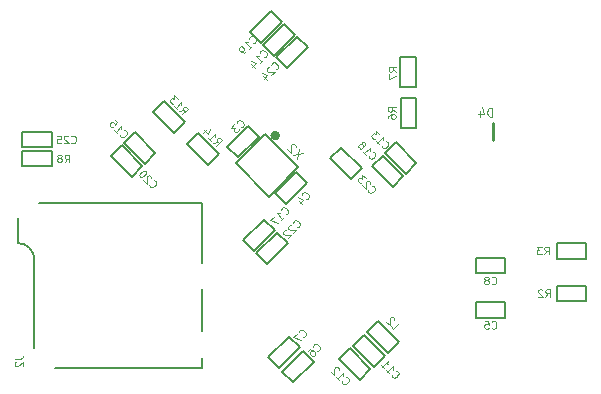
<source format=gbo>
G04 #@! TF.FileFunction,Legend,Bot*
%FSLAX46Y46*%
G04 Gerber Fmt 4.6, Leading zero omitted, Abs format (unit mm)*
G04 Created by KiCad (PCBNEW 4.0.7) date 04/11/18 17:00:27*
%MOMM*%
%LPD*%
G01*
G04 APERTURE LIST*
%ADD10C,0.100000*%
%ADD11C,0.150000*%
%ADD12C,0.200000*%
%ADD13C,0.381000*%
%ADD14C,0.127000*%
%ADD15C,0.250000*%
%ADD16C,0.097500*%
G04 APERTURE END LIST*
D10*
D11*
X1900000Y16250000D02*
X1900000Y18450000D01*
X16100000Y21250000D02*
X16100000Y23250000D01*
X16100000Y23250000D02*
X2300000Y23250000D01*
X500000Y20650000D02*
X500000Y19850000D01*
X500000Y19850000D02*
G75*
G02X1900000Y18450000I0J-1400000D01*
G01*
X500000Y21950000D02*
X500000Y20650000D01*
X1900000Y16250000D02*
X1900000Y10950000D01*
X16100000Y21250000D02*
X16100000Y18150000D01*
X16100000Y12450000D02*
X16100000Y15950000D01*
X3600000Y9250000D02*
X16100000Y9250000D01*
X16100000Y9250000D02*
X16100000Y10150000D01*
D12*
X19974264Y29793503D02*
X18206497Y28025736D01*
X18206497Y28025736D02*
X19125736Y27106497D01*
X19125736Y27106497D02*
X20893503Y28874264D01*
X20893503Y28874264D02*
X19974264Y29793503D01*
X23200736Y23206497D02*
X24968503Y24974264D01*
X24968503Y24974264D02*
X24049264Y25893503D01*
X24049264Y25893503D02*
X22281497Y24125736D01*
X22281497Y24125736D02*
X23200736Y23206497D01*
D13*
X22473528Y28956371D02*
G75*
G03X22473528Y28956371I-200000J0D01*
G01*
D14*
X21849264Y23865202D02*
X24253427Y26269365D01*
X24253427Y26269365D02*
X21425000Y29097792D01*
X21425000Y29097792D02*
X18950126Y26622918D01*
X18950126Y26622918D02*
X21778553Y23794491D01*
X21778553Y23794491D02*
X21919975Y23935913D01*
D12*
X39250000Y13550000D02*
X41750000Y13550000D01*
X41750000Y13550000D02*
X41750000Y14850000D01*
X41750000Y14850000D02*
X39250000Y14850000D01*
X39250000Y14850000D02*
X39250000Y13550000D01*
X24624264Y10743503D02*
X22856497Y8975736D01*
X22856497Y8975736D02*
X23775736Y8056497D01*
X23775736Y8056497D02*
X25543503Y9824264D01*
X25543503Y9824264D02*
X24624264Y10743503D01*
X23424264Y11943503D02*
X21656497Y10175736D01*
X21656497Y10175736D02*
X22575736Y9256497D01*
X22575736Y9256497D02*
X24343503Y11024264D01*
X24343503Y11024264D02*
X23424264Y11943503D01*
X39250000Y17300000D02*
X41750000Y17300000D01*
X41750000Y17300000D02*
X41750000Y18600000D01*
X41750000Y18600000D02*
X39250000Y18600000D01*
X39250000Y18600000D02*
X39250000Y17300000D01*
X28856497Y11174264D02*
X30624264Y9406497D01*
X30624264Y9406497D02*
X31543503Y10325736D01*
X31543503Y10325736D02*
X29775736Y12093503D01*
X29775736Y12093503D02*
X28856497Y11174264D01*
X27656497Y10024264D02*
X29424264Y8256497D01*
X29424264Y8256497D02*
X30343503Y9175736D01*
X30343503Y9175736D02*
X28575736Y10943503D01*
X28575736Y10943503D02*
X27656497Y10024264D01*
X31556497Y27474264D02*
X33324264Y25706497D01*
X33324264Y25706497D02*
X34243503Y26625736D01*
X34243503Y26625736D02*
X32475736Y28393503D01*
X32475736Y28393503D02*
X31556497Y27474264D01*
X22150736Y35731497D02*
X23918503Y37499264D01*
X23918503Y37499264D02*
X22999264Y38418503D01*
X22999264Y38418503D02*
X21231497Y36650736D01*
X21231497Y36650736D02*
X22150736Y35731497D01*
X12143503Y27500736D02*
X10375736Y29268503D01*
X10375736Y29268503D02*
X9456497Y28349264D01*
X9456497Y28349264D02*
X11224264Y26581497D01*
X11224264Y26581497D02*
X12143503Y27500736D01*
X20475736Y19156497D02*
X22243503Y20924264D01*
X22243503Y20924264D02*
X21324264Y21843503D01*
X21324264Y21843503D02*
X19556497Y20075736D01*
X19556497Y20075736D02*
X20475736Y19156497D01*
X30456497Y26349264D02*
X32224264Y24581497D01*
X32224264Y24581497D02*
X33143503Y25500736D01*
X33143503Y25500736D02*
X31375736Y27268503D01*
X31375736Y27268503D02*
X30456497Y26349264D01*
X21050736Y36831497D02*
X22818503Y38599264D01*
X22818503Y38599264D02*
X21899264Y39518503D01*
X21899264Y39518503D02*
X20131497Y37750736D01*
X20131497Y37750736D02*
X21050736Y36831497D01*
X11043503Y26400736D02*
X9275736Y28168503D01*
X9275736Y28168503D02*
X8356497Y27249264D01*
X8356497Y27249264D02*
X10124264Y25481497D01*
X10124264Y25481497D02*
X11043503Y26400736D01*
X21575736Y18056497D02*
X23343503Y19824264D01*
X23343503Y19824264D02*
X22424264Y20743503D01*
X22424264Y20743503D02*
X20656497Y18975736D01*
X20656497Y18975736D02*
X21575736Y18056497D01*
X29643503Y26175736D02*
X27875736Y27943503D01*
X27875736Y27943503D02*
X26956497Y27024264D01*
X26956497Y27024264D02*
X28724264Y25256497D01*
X28724264Y25256497D02*
X29643503Y26175736D01*
X23300736Y34656497D02*
X25068503Y36424264D01*
X25068503Y36424264D02*
X24149264Y37343503D01*
X24149264Y37343503D02*
X22381497Y35575736D01*
X22381497Y35575736D02*
X23300736Y34656497D01*
X32743503Y11475736D02*
X30975736Y13243503D01*
X30975736Y13243503D02*
X30056497Y12324264D01*
X30056497Y12324264D02*
X31824264Y10556497D01*
X31824264Y10556497D02*
X32743503Y11475736D01*
X46100000Y14950000D02*
X48600000Y14950000D01*
X48600000Y14950000D02*
X48600000Y16250000D01*
X48600000Y16250000D02*
X46100000Y16250000D01*
X46100000Y16250000D02*
X46100000Y14950000D01*
X46100000Y18550000D02*
X48600000Y18550000D01*
X48600000Y18550000D02*
X48600000Y19850000D01*
X48600000Y19850000D02*
X46100000Y19850000D01*
X46100000Y19850000D02*
X46100000Y18550000D01*
X3350000Y29250000D02*
X850000Y29250000D01*
X850000Y29250000D02*
X850000Y27950000D01*
X850000Y27950000D02*
X3350000Y27950000D01*
X3350000Y27950000D02*
X3350000Y29250000D01*
X32925000Y32100000D02*
X32925000Y29600000D01*
X32925000Y29600000D02*
X34225000Y29600000D01*
X34225000Y29600000D02*
X34225000Y32100000D01*
X34225000Y32100000D02*
X32925000Y32100000D01*
X34175000Y33075000D02*
X34175000Y35575000D01*
X34175000Y35575000D02*
X32875000Y35575000D01*
X32875000Y35575000D02*
X32875000Y33075000D01*
X32875000Y33075000D02*
X34175000Y33075000D01*
X850000Y26350000D02*
X3350000Y26350000D01*
X3350000Y26350000D02*
X3350000Y27650000D01*
X3350000Y27650000D02*
X850000Y27650000D01*
X850000Y27650000D02*
X850000Y26350000D01*
D15*
X40700000Y28600000D02*
X40700000Y30000000D01*
D12*
X11931497Y30949264D02*
X13699264Y29181497D01*
X13699264Y29181497D02*
X14618503Y30100736D01*
X14618503Y30100736D02*
X12850736Y31868503D01*
X12850736Y31868503D02*
X11931497Y30949264D01*
X14806497Y28224264D02*
X16574264Y26456497D01*
X16574264Y26456497D02*
X17493503Y27375736D01*
X17493503Y27375736D02*
X15725736Y29143503D01*
X15725736Y29143503D02*
X14806497Y28224264D01*
D10*
X244048Y10066667D02*
X708333Y10066667D01*
X801190Y10097619D01*
X863095Y10159524D01*
X894048Y10252381D01*
X894048Y10314286D01*
X305952Y9788095D02*
X275000Y9757143D01*
X244048Y9695238D01*
X244048Y9540476D01*
X275000Y9478572D01*
X305952Y9447619D01*
X367857Y9416667D01*
X429762Y9416667D01*
X522619Y9447619D01*
X894048Y9819048D01*
X894048Y9416667D01*
D16*
X19390754Y29662454D02*
X19434526Y29662454D01*
X19522073Y29706227D01*
X19565847Y29750000D01*
X19609619Y29837547D01*
X19609619Y29925094D01*
X19587733Y29990753D01*
X19522073Y30100186D01*
X19456413Y30165846D01*
X19346980Y30231506D01*
X19281320Y30253393D01*
X19193773Y30253393D01*
X19106227Y30209619D01*
X19062454Y30165846D01*
X19018680Y30078300D01*
X19018680Y30034527D01*
X18821701Y29925093D02*
X18537175Y29640567D01*
X18865474Y29618680D01*
X18799814Y29553020D01*
X18777927Y29487361D01*
X18777927Y29443587D01*
X18799814Y29377927D01*
X18909247Y29268494D01*
X18974907Y29246607D01*
X19018680Y29246608D01*
X19084340Y29268494D01*
X19215661Y29399814D01*
X19237546Y29465474D01*
X19237547Y29509247D01*
X24915754Y23562454D02*
X24959526Y23562454D01*
X25047073Y23606227D01*
X25090847Y23650000D01*
X25134619Y23737547D01*
X25134619Y23825094D01*
X25112733Y23890753D01*
X25047073Y24000186D01*
X24981413Y24065846D01*
X24871980Y24131506D01*
X24806320Y24153393D01*
X24718773Y24153393D01*
X24631227Y24109619D01*
X24587454Y24065846D01*
X24543680Y23978300D01*
X24543680Y23934527D01*
X24259154Y23431134D02*
X24565567Y23124721D01*
X24193494Y23715661D02*
X24631227Y23496793D01*
X24346701Y23212268D01*
D10*
X24644734Y27486105D02*
X23760850Y27309328D01*
X24291180Y27839658D02*
X24114404Y26955775D01*
X24063896Y27965928D02*
X24063896Y28016435D01*
X24038642Y28092196D01*
X23912373Y28218465D01*
X23836612Y28243719D01*
X23786104Y28243719D01*
X23710342Y28218466D01*
X23659835Y28167959D01*
X23609328Y28066943D01*
X23609327Y27460851D01*
X23281027Y27789151D01*
D16*
X40608334Y12667857D02*
X40639286Y12636905D01*
X40732143Y12605952D01*
X40794048Y12605952D01*
X40886905Y12636905D01*
X40948810Y12698810D01*
X40979762Y12760714D01*
X41010714Y12884524D01*
X41010714Y12977381D01*
X40979762Y13101190D01*
X40948810Y13163095D01*
X40886905Y13225000D01*
X40794048Y13255952D01*
X40732143Y13255952D01*
X40639286Y13225000D01*
X40608334Y13194048D01*
X40020238Y13255952D02*
X40329762Y13255952D01*
X40360714Y12946429D01*
X40329762Y12977381D01*
X40267857Y13008333D01*
X40113095Y13008333D01*
X40051191Y12977381D01*
X40020238Y12946429D01*
X39989286Y12884524D01*
X39989286Y12729762D01*
X40020238Y12667857D01*
X40051191Y12636905D01*
X40113095Y12605952D01*
X40267857Y12605952D01*
X40329762Y12636905D01*
X40360714Y12667857D01*
X25854968Y10726668D02*
X25898740Y10726668D01*
X25986287Y10770441D01*
X26030061Y10814214D01*
X26073833Y10901761D01*
X26073833Y10989308D01*
X26051947Y11054967D01*
X25986287Y11164400D01*
X25920627Y11230060D01*
X25811194Y11295720D01*
X25745534Y11317607D01*
X25657987Y11317607D01*
X25570441Y11273833D01*
X25526668Y11230060D01*
X25482894Y11142514D01*
X25482894Y11098741D01*
X25045162Y10748554D02*
X25132708Y10836100D01*
X25198368Y10857987D01*
X25242141Y10857987D01*
X25351575Y10836100D01*
X25461007Y10770441D01*
X25636100Y10595347D01*
X25657987Y10529688D01*
X25657987Y10485915D01*
X25636101Y10420254D01*
X25548554Y10332708D01*
X25482894Y10310822D01*
X25439121Y10310821D01*
X25373461Y10332708D01*
X25264028Y10442141D01*
X25242141Y10507801D01*
X25242141Y10551575D01*
X25264028Y10617234D01*
X25351575Y10704781D01*
X25417235Y10726668D01*
X25461007Y10726668D01*
X25526667Y10704781D01*
X24654968Y11926668D02*
X24698740Y11926668D01*
X24786287Y11970441D01*
X24830061Y12014214D01*
X24873833Y12101761D01*
X24873833Y12189308D01*
X24851947Y12254967D01*
X24786287Y12364400D01*
X24720627Y12430060D01*
X24611194Y12495720D01*
X24545534Y12517607D01*
X24457987Y12517607D01*
X24370441Y12473833D01*
X24326668Y12430060D01*
X24282894Y12342514D01*
X24282894Y12298741D01*
X24085915Y12189307D02*
X23779502Y11882894D01*
X24436101Y11620254D01*
X40608334Y16417857D02*
X40639286Y16386905D01*
X40732143Y16355952D01*
X40794048Y16355952D01*
X40886905Y16386905D01*
X40948810Y16448810D01*
X40979762Y16510714D01*
X41010714Y16634524D01*
X41010714Y16727381D01*
X40979762Y16851190D01*
X40948810Y16913095D01*
X40886905Y16975000D01*
X40794048Y17005952D01*
X40732143Y17005952D01*
X40639286Y16975000D01*
X40608334Y16944048D01*
X40236905Y16727381D02*
X40298810Y16758333D01*
X40329762Y16789286D01*
X40360714Y16851190D01*
X40360714Y16882143D01*
X40329762Y16944048D01*
X40298810Y16975000D01*
X40236905Y17005952D01*
X40113095Y17005952D01*
X40051191Y16975000D01*
X40020238Y16944048D01*
X39989286Y16882143D01*
X39989286Y16851190D01*
X40020238Y16789286D01*
X40051191Y16758333D01*
X40113095Y16727381D01*
X40236905Y16727381D01*
X40298810Y16696429D01*
X40329762Y16665476D01*
X40360714Y16603571D01*
X40360714Y16479762D01*
X40329762Y16417857D01*
X40298810Y16386905D01*
X40236905Y16355952D01*
X40113095Y16355952D01*
X40051191Y16386905D01*
X40020238Y16417857D01*
X39989286Y16479762D01*
X39989286Y16603571D01*
X40020238Y16665476D01*
X40051191Y16696429D01*
X40113095Y16727381D01*
X32131320Y8690380D02*
X32131320Y8646607D01*
X32175093Y8559060D01*
X32218867Y8515287D01*
X32306413Y8471514D01*
X32393960Y8471514D01*
X32459619Y8493400D01*
X32569053Y8559061D01*
X32634712Y8624721D01*
X32700372Y8734153D01*
X32722259Y8799813D01*
X32722259Y8887360D01*
X32678486Y8974906D01*
X32634712Y9018680D01*
X32547166Y9062453D01*
X32503394Y9062453D01*
X31649814Y9084339D02*
X31912453Y8821700D01*
X31781133Y8953020D02*
X32240753Y9412639D01*
X32218867Y9303206D01*
X32218867Y9215659D01*
X32240753Y9150000D01*
X31212081Y9522073D02*
X31474720Y9259433D01*
X31343400Y9390753D02*
X31803020Y9850372D01*
X31781133Y9740939D01*
X31781133Y9653392D01*
X31803020Y9587733D01*
X27931320Y8140380D02*
X27931320Y8096607D01*
X27975093Y8009060D01*
X28018867Y7965287D01*
X28106413Y7921514D01*
X28193960Y7921514D01*
X28259619Y7943400D01*
X28369053Y8009061D01*
X28434712Y8074721D01*
X28500372Y8184153D01*
X28522259Y8249813D01*
X28522259Y8337360D01*
X28478486Y8424906D01*
X28434712Y8468680D01*
X28347166Y8512453D01*
X28303394Y8512453D01*
X27449814Y8534339D02*
X27712453Y8271700D01*
X27581133Y8403020D02*
X28040753Y8862639D01*
X28018867Y8753206D01*
X28018867Y8665659D01*
X28040753Y8600000D01*
X27690567Y9125280D02*
X27690567Y9169053D01*
X27668680Y9234712D01*
X27559246Y9344146D01*
X27493587Y9366032D01*
X27449814Y9366033D01*
X27384154Y9344146D01*
X27340381Y9300372D01*
X27296607Y9212826D01*
X27296607Y8687546D01*
X27012081Y8972073D01*
X31281320Y28090380D02*
X31281320Y28046607D01*
X31325093Y27959060D01*
X31368867Y27915287D01*
X31456413Y27871514D01*
X31543960Y27871514D01*
X31609619Y27893400D01*
X31719053Y27959061D01*
X31784712Y28024721D01*
X31850372Y28134153D01*
X31872259Y28199813D01*
X31872259Y28287360D01*
X31828486Y28374906D01*
X31784712Y28418680D01*
X31697166Y28462453D01*
X31653394Y28462453D01*
X30799814Y28484339D02*
X31062453Y28221700D01*
X30931133Y28353020D02*
X31390753Y28812639D01*
X31368867Y28703206D01*
X31368867Y28615659D01*
X31390753Y28550000D01*
X31106227Y29097166D02*
X30821700Y29381692D01*
X30799814Y29053392D01*
X30734153Y29119053D01*
X30668494Y29140939D01*
X30624721Y29140940D01*
X30559061Y29119053D01*
X30449628Y29009619D01*
X30427741Y28943960D01*
X30427741Y28900186D01*
X30449627Y28834526D01*
X30580947Y28703206D01*
X30646607Y28681320D01*
X30690381Y28681320D01*
X21359621Y35581320D02*
X21403394Y35581320D01*
X21490941Y35625093D01*
X21534714Y35668867D01*
X21578487Y35756413D01*
X21578487Y35843960D01*
X21556601Y35909619D01*
X21490940Y36019053D01*
X21425280Y36084712D01*
X21315848Y36150372D01*
X21250188Y36172259D01*
X21162641Y36172259D01*
X21075095Y36128486D01*
X21031321Y36084712D01*
X20987548Y35997166D01*
X20987548Y35953394D01*
X20965662Y35099814D02*
X21228301Y35362453D01*
X21096981Y35231133D02*
X20637362Y35690753D01*
X20746795Y35668867D01*
X20834342Y35668867D01*
X20900001Y35690753D01*
X20265289Y35012268D02*
X20571702Y34705854D01*
X20199629Y35296794D02*
X20637361Y35077927D01*
X20352835Y34793401D01*
X9131320Y29040380D02*
X9131320Y28996607D01*
X9175093Y28909060D01*
X9218867Y28865287D01*
X9306413Y28821514D01*
X9393960Y28821514D01*
X9459619Y28843400D01*
X9569053Y28909061D01*
X9634712Y28974721D01*
X9700372Y29084153D01*
X9722259Y29149813D01*
X9722259Y29237360D01*
X9678486Y29324906D01*
X9634712Y29368680D01*
X9547166Y29412453D01*
X9503394Y29412453D01*
X8649814Y29434339D02*
X8912453Y29171700D01*
X8781133Y29303020D02*
X9240753Y29762639D01*
X9218867Y29653206D01*
X9218867Y29565659D01*
X9240753Y29500000D01*
X8693587Y30309806D02*
X8912453Y30090939D01*
X8715474Y29850187D01*
X8715474Y29893960D01*
X8693587Y29959619D01*
X8584153Y30069053D01*
X8518494Y30090939D01*
X8474721Y30090940D01*
X8409061Y30069053D01*
X8299628Y29959619D01*
X8277741Y29893960D01*
X8277741Y29850186D01*
X8299627Y29784526D01*
X8409060Y29675093D01*
X8474721Y29653207D01*
X8518494Y29653207D01*
X23159620Y22281320D02*
X23203393Y22281320D01*
X23290940Y22325093D01*
X23334713Y22368867D01*
X23378486Y22456413D01*
X23378486Y22543960D01*
X23356600Y22609619D01*
X23290939Y22719053D01*
X23225279Y22784712D01*
X23115847Y22850372D01*
X23050187Y22872259D01*
X22962640Y22872259D01*
X22875094Y22828486D01*
X22831320Y22784712D01*
X22787547Y22697166D01*
X22787547Y22653394D01*
X22765661Y21799814D02*
X23028300Y22062453D01*
X22896980Y21931133D02*
X22437361Y22390753D01*
X22546794Y22368867D01*
X22634341Y22368867D01*
X22700000Y22390753D01*
X22152834Y22106227D02*
X21846422Y21799814D01*
X22503021Y21537174D01*
X30181320Y27215380D02*
X30181320Y27171607D01*
X30225093Y27084060D01*
X30268867Y27040287D01*
X30356413Y26996514D01*
X30443960Y26996514D01*
X30509619Y27018400D01*
X30619053Y27084061D01*
X30684712Y27149721D01*
X30750372Y27259153D01*
X30772259Y27324813D01*
X30772259Y27412360D01*
X30728486Y27499906D01*
X30684712Y27543680D01*
X30597166Y27587453D01*
X30553394Y27587453D01*
X29699814Y27609339D02*
X29962453Y27346700D01*
X29831133Y27478020D02*
X30290753Y27937639D01*
X30268867Y27828206D01*
X30268867Y27740659D01*
X30290753Y27675000D01*
X29699814Y28134619D02*
X29765474Y28112732D01*
X29809247Y28112733D01*
X29874906Y28134619D01*
X29896793Y28156506D01*
X29918680Y28222166D01*
X29918680Y28265939D01*
X29896793Y28331599D01*
X29809246Y28419146D01*
X29743587Y28441032D01*
X29699814Y28441033D01*
X29634154Y28419146D01*
X29612267Y28397259D01*
X29590381Y28331600D01*
X29590381Y28287825D01*
X29612267Y28222166D01*
X29699814Y28134619D01*
X29721701Y28068960D01*
X29721700Y28025186D01*
X29699813Y27959526D01*
X29612267Y27871980D01*
X29546607Y27850093D01*
X29502834Y27850093D01*
X29437174Y27871979D01*
X29349627Y27959526D01*
X29327741Y28025186D01*
X29327741Y28068960D01*
X29349628Y28134619D01*
X29437174Y28222166D01*
X29502834Y28244053D01*
X29546608Y28244053D01*
X29612267Y28222166D01*
X20434620Y36781320D02*
X20478393Y36781320D01*
X20565940Y36825093D01*
X20609713Y36868867D01*
X20653486Y36956413D01*
X20653486Y37043960D01*
X20631600Y37109619D01*
X20565939Y37219053D01*
X20500279Y37284712D01*
X20390847Y37350372D01*
X20325187Y37372259D01*
X20237640Y37372259D01*
X20150094Y37328486D01*
X20106320Y37284712D01*
X20062547Y37197166D01*
X20062547Y37153394D01*
X20040661Y36299814D02*
X20303300Y36562453D01*
X20171980Y36431133D02*
X19712361Y36890753D01*
X19821794Y36868867D01*
X19909341Y36868867D01*
X19975000Y36890753D01*
X19821794Y36080947D02*
X19734247Y35993400D01*
X19668587Y35971514D01*
X19624814Y35971514D01*
X19515381Y35993400D01*
X19405947Y36059061D01*
X19230854Y36234154D01*
X19208967Y36299814D01*
X19208968Y36343587D01*
X19230854Y36409246D01*
X19318401Y36496793D01*
X19384061Y36518680D01*
X19427834Y36518680D01*
X19493494Y36496793D01*
X19602927Y36387360D01*
X19624814Y36321700D01*
X19624814Y36277927D01*
X19602927Y36212267D01*
X19515381Y36124720D01*
X19449721Y36102834D01*
X19405947Y36102834D01*
X19340288Y36124721D01*
X11606320Y24790380D02*
X11606320Y24746607D01*
X11650093Y24659060D01*
X11693867Y24615287D01*
X11781413Y24571514D01*
X11868960Y24571514D01*
X11934619Y24593400D01*
X12044053Y24659061D01*
X12109712Y24724721D01*
X12175372Y24834153D01*
X12197259Y24899813D01*
X12197259Y24987360D01*
X12153486Y25074906D01*
X12109712Y25118680D01*
X12022166Y25162453D01*
X11978394Y25162453D01*
X11803300Y25337547D02*
X11803300Y25381320D01*
X11781413Y25446979D01*
X11671979Y25556413D01*
X11606320Y25578299D01*
X11562547Y25578300D01*
X11496887Y25556413D01*
X11453114Y25512639D01*
X11409340Y25425093D01*
X11409340Y24899813D01*
X11124814Y25184339D01*
X11299907Y25928485D02*
X11256133Y25972259D01*
X11190474Y25994146D01*
X11146701Y25994146D01*
X11081040Y25972259D01*
X10971607Y25906599D01*
X10862174Y25797166D01*
X10796514Y25687733D01*
X10774628Y25622073D01*
X10774628Y25578300D01*
X10796514Y25512639D01*
X10840288Y25468866D01*
X10905947Y25446980D01*
X10949721Y25446979D01*
X11015381Y25468867D01*
X11124813Y25534526D01*
X11234246Y25643960D01*
X11299907Y25753393D01*
X11321794Y25819053D01*
X11321793Y25862826D01*
X11299907Y25928485D01*
X24159620Y21181320D02*
X24203393Y21181320D01*
X24290940Y21225093D01*
X24334713Y21268867D01*
X24378486Y21356413D01*
X24378486Y21443960D01*
X24356600Y21509619D01*
X24290939Y21619053D01*
X24225279Y21684712D01*
X24115847Y21750372D01*
X24050187Y21772259D01*
X23962640Y21772259D01*
X23875094Y21728486D01*
X23831320Y21684712D01*
X23787547Y21597166D01*
X23787547Y21553394D01*
X23612453Y21378300D02*
X23568680Y21378300D01*
X23503021Y21356413D01*
X23393587Y21246979D01*
X23371701Y21181320D01*
X23371700Y21137547D01*
X23393587Y21071887D01*
X23437361Y21028114D01*
X23524907Y20984340D01*
X24050187Y20984340D01*
X23765661Y20699814D01*
X23174720Y20940567D02*
X23130947Y20940567D01*
X23065288Y20918680D01*
X22955854Y20809246D01*
X22933968Y20743587D01*
X22933967Y20699814D01*
X22955854Y20634154D01*
X22999628Y20590381D01*
X23087174Y20546607D01*
X23612454Y20546607D01*
X23327927Y20262081D01*
X30131320Y24340380D02*
X30131320Y24296607D01*
X30175093Y24209060D01*
X30218867Y24165287D01*
X30306413Y24121514D01*
X30393960Y24121514D01*
X30459619Y24143400D01*
X30569053Y24209061D01*
X30634712Y24274721D01*
X30700372Y24384153D01*
X30722259Y24449813D01*
X30722259Y24537360D01*
X30678486Y24624906D01*
X30634712Y24668680D01*
X30547166Y24712453D01*
X30503394Y24712453D01*
X30328300Y24887547D02*
X30328300Y24931320D01*
X30306413Y24996979D01*
X30196979Y25106413D01*
X30131320Y25128299D01*
X30087547Y25128300D01*
X30021887Y25106413D01*
X29978114Y25062639D01*
X29934340Y24975093D01*
X29934340Y24449813D01*
X29649814Y24734339D01*
X29956227Y25347166D02*
X29671700Y25631692D01*
X29649814Y25303392D01*
X29584153Y25369053D01*
X29518494Y25390939D01*
X29474721Y25390940D01*
X29409061Y25369053D01*
X29299628Y25259619D01*
X29277741Y25193960D01*
X29277741Y25150186D01*
X29299627Y25084526D01*
X29430947Y24953206D01*
X29496607Y24931320D01*
X29540381Y24931320D01*
X22334620Y34556320D02*
X22378393Y34556320D01*
X22465940Y34600093D01*
X22509713Y34643867D01*
X22553486Y34731413D01*
X22553486Y34818960D01*
X22531600Y34884619D01*
X22465939Y34994053D01*
X22400279Y35059712D01*
X22290847Y35125372D01*
X22225187Y35147259D01*
X22137640Y35147259D01*
X22050094Y35103486D01*
X22006320Y35059712D01*
X21962547Y34972166D01*
X21962547Y34928394D01*
X21787453Y34753300D02*
X21743680Y34753300D01*
X21678021Y34731413D01*
X21568587Y34621979D01*
X21546701Y34556320D01*
X21546700Y34512547D01*
X21568587Y34446887D01*
X21612361Y34403114D01*
X21699907Y34359340D01*
X22225187Y34359340D01*
X21940661Y34074814D01*
X21240288Y33987268D02*
X21546701Y33680854D01*
X21174628Y34271794D02*
X21612360Y34052927D01*
X21327834Y33768401D01*
X32068680Y12815475D02*
X32287546Y12596608D01*
X32747166Y13056228D01*
X32353207Y13362641D02*
X32353207Y13406414D01*
X32331320Y13472074D01*
X32221886Y13581507D01*
X32156227Y13603393D01*
X32112454Y13603394D01*
X32046794Y13581507D01*
X32003021Y13537733D01*
X31959247Y13450187D01*
X31959247Y12924907D01*
X31674721Y13209434D01*
X45158334Y15305952D02*
X45375000Y15615476D01*
X45529762Y15305952D02*
X45529762Y15955952D01*
X45282143Y15955952D01*
X45220238Y15925000D01*
X45189286Y15894048D01*
X45158334Y15832143D01*
X45158334Y15739286D01*
X45189286Y15677381D01*
X45220238Y15646429D01*
X45282143Y15615476D01*
X45529762Y15615476D01*
X44910714Y15894048D02*
X44879762Y15925000D01*
X44817857Y15955952D01*
X44663095Y15955952D01*
X44601191Y15925000D01*
X44570238Y15894048D01*
X44539286Y15832143D01*
X44539286Y15770238D01*
X44570238Y15677381D01*
X44941667Y15305952D01*
X44539286Y15305952D01*
X45058334Y18905952D02*
X45275000Y19215476D01*
X45429762Y18905952D02*
X45429762Y19555952D01*
X45182143Y19555952D01*
X45120238Y19525000D01*
X45089286Y19494048D01*
X45058334Y19432143D01*
X45058334Y19339286D01*
X45089286Y19277381D01*
X45120238Y19246429D01*
X45182143Y19215476D01*
X45429762Y19215476D01*
X44841667Y19555952D02*
X44439286Y19555952D01*
X44655953Y19308333D01*
X44563095Y19308333D01*
X44501191Y19277381D01*
X44470238Y19246429D01*
X44439286Y19184524D01*
X44439286Y19029762D01*
X44470238Y18967857D01*
X44501191Y18936905D01*
X44563095Y18905952D01*
X44748810Y18905952D01*
X44810714Y18936905D01*
X44841667Y18967857D01*
X5017858Y28367857D02*
X5048810Y28336905D01*
X5141667Y28305952D01*
X5203572Y28305952D01*
X5296429Y28336905D01*
X5358334Y28398810D01*
X5389286Y28460714D01*
X5420238Y28584524D01*
X5420238Y28677381D01*
X5389286Y28801190D01*
X5358334Y28863095D01*
X5296429Y28925000D01*
X5203572Y28955952D01*
X5141667Y28955952D01*
X5048810Y28925000D01*
X5017858Y28894048D01*
X4770238Y28894048D02*
X4739286Y28925000D01*
X4677381Y28955952D01*
X4522619Y28955952D01*
X4460715Y28925000D01*
X4429762Y28894048D01*
X4398810Y28832143D01*
X4398810Y28770238D01*
X4429762Y28677381D01*
X4801191Y28305952D01*
X4398810Y28305952D01*
X3810714Y28955952D02*
X4120238Y28955952D01*
X4151190Y28646429D01*
X4120238Y28677381D01*
X4058333Y28708333D01*
X3903571Y28708333D01*
X3841667Y28677381D01*
X3810714Y28646429D01*
X3779762Y28584524D01*
X3779762Y28429762D01*
X3810714Y28367857D01*
X3841667Y28336905D01*
X3903571Y28305952D01*
X4058333Y28305952D01*
X4120238Y28336905D01*
X4151190Y28367857D01*
X32490190Y30993689D02*
X32180666Y31210355D01*
X32490190Y31365117D02*
X31840190Y31365117D01*
X31840190Y31117498D01*
X31871142Y31055593D01*
X31902094Y31024641D01*
X31963999Y30993689D01*
X32056856Y30993689D01*
X32118761Y31024641D01*
X32149713Y31055593D01*
X32180666Y31117498D01*
X32180666Y31365117D01*
X31840190Y30436546D02*
X31840190Y30560355D01*
X31871142Y30622260D01*
X31902094Y30653212D01*
X31994952Y30715117D01*
X32118761Y30746069D01*
X32366380Y30746069D01*
X32428285Y30715117D01*
X32459237Y30684165D01*
X32490190Y30622260D01*
X32490190Y30498450D01*
X32459237Y30436546D01*
X32428285Y30405593D01*
X32366380Y30374641D01*
X32211618Y30374641D01*
X32149713Y30405593D01*
X32118761Y30436546D01*
X32087809Y30498450D01*
X32087809Y30622260D01*
X32118761Y30684165D01*
X32149713Y30715117D01*
X32211618Y30746069D01*
X32546256Y34362623D02*
X32236732Y34579289D01*
X32546256Y34734051D02*
X31896256Y34734051D01*
X31896256Y34486432D01*
X31927208Y34424527D01*
X31958160Y34393575D01*
X32020065Y34362623D01*
X32112922Y34362623D01*
X32174827Y34393575D01*
X32205779Y34424527D01*
X32236732Y34486432D01*
X32236732Y34734051D01*
X31896256Y34145956D02*
X31896256Y33712623D01*
X32546256Y33991194D01*
X4458334Y26705952D02*
X4675000Y27015476D01*
X4829762Y26705952D02*
X4829762Y27355952D01*
X4582143Y27355952D01*
X4520238Y27325000D01*
X4489286Y27294048D01*
X4458334Y27232143D01*
X4458334Y27139286D01*
X4489286Y27077381D01*
X4520238Y27046429D01*
X4582143Y27015476D01*
X4829762Y27015476D01*
X4086905Y27077381D02*
X4148810Y27108333D01*
X4179762Y27139286D01*
X4210714Y27201190D01*
X4210714Y27232143D01*
X4179762Y27294048D01*
X4148810Y27325000D01*
X4086905Y27355952D01*
X3963095Y27355952D01*
X3901191Y27325000D01*
X3870238Y27294048D01*
X3839286Y27232143D01*
X3839286Y27201190D01*
X3870238Y27139286D01*
X3901191Y27108333D01*
X3963095Y27077381D01*
X4086905Y27077381D01*
X4148810Y27046429D01*
X4179762Y27015476D01*
X4210714Y26953571D01*
X4210714Y26829762D01*
X4179762Y26767857D01*
X4148810Y26736905D01*
X4086905Y26705952D01*
X3963095Y26705952D01*
X3901191Y26736905D01*
X3870238Y26767857D01*
X3839286Y26829762D01*
X3839286Y26953571D01*
X3870238Y27015476D01*
X3901191Y27046429D01*
X3963095Y27077381D01*
D10*
X40653572Y30560714D02*
X40653572Y31310714D01*
X40475000Y31310714D01*
X40367857Y31275000D01*
X40296429Y31203571D01*
X40260714Y31132143D01*
X40225000Y30989286D01*
X40225000Y30882143D01*
X40260714Y30739286D01*
X40296429Y30667857D01*
X40367857Y30596429D01*
X40475000Y30560714D01*
X40653572Y30560714D01*
X39582143Y31060714D02*
X39582143Y30560714D01*
X39760714Y31346429D02*
X39939286Y30810714D01*
X39475000Y30810714D01*
D16*
X14162547Y31021606D02*
X14534619Y31087267D01*
X14425186Y30758967D02*
X14884806Y31218587D01*
X14709712Y31393680D01*
X14644053Y31415567D01*
X14600280Y31415567D01*
X14534620Y31393680D01*
X14468960Y31328020D01*
X14447073Y31262360D01*
X14447073Y31218587D01*
X14468960Y31152927D01*
X14644053Y30977834D01*
X13724814Y31459339D02*
X13987453Y31196700D01*
X13856133Y31328020D02*
X14315753Y31787639D01*
X14293867Y31678206D01*
X14293867Y31590659D01*
X14315753Y31525000D01*
X14031227Y32072166D02*
X13746700Y32356692D01*
X13724814Y32028392D01*
X13659153Y32094053D01*
X13593494Y32115939D01*
X13549721Y32115940D01*
X13484061Y32094053D01*
X13374628Y31984619D01*
X13352741Y31918960D01*
X13352741Y31875186D01*
X13374627Y31809526D01*
X13505947Y31678206D01*
X13571607Y31656320D01*
X13615381Y31656320D01*
X17037547Y28346607D02*
X17409619Y28412268D01*
X17300186Y28083968D02*
X17759806Y28543588D01*
X17584712Y28718681D01*
X17519053Y28740568D01*
X17475280Y28740568D01*
X17409620Y28718681D01*
X17343960Y28653021D01*
X17322073Y28587361D01*
X17322073Y28543588D01*
X17343960Y28477928D01*
X17519053Y28302835D01*
X16599814Y28784340D02*
X16862453Y28521701D01*
X16731133Y28653021D02*
X17190753Y29112640D01*
X17168867Y29003207D01*
X17168867Y28915660D01*
X17190753Y28850001D01*
X16512268Y29484713D02*
X16205854Y29178300D01*
X16796794Y29550373D02*
X16577927Y29112641D01*
X16293401Y29397167D01*
M02*

</source>
